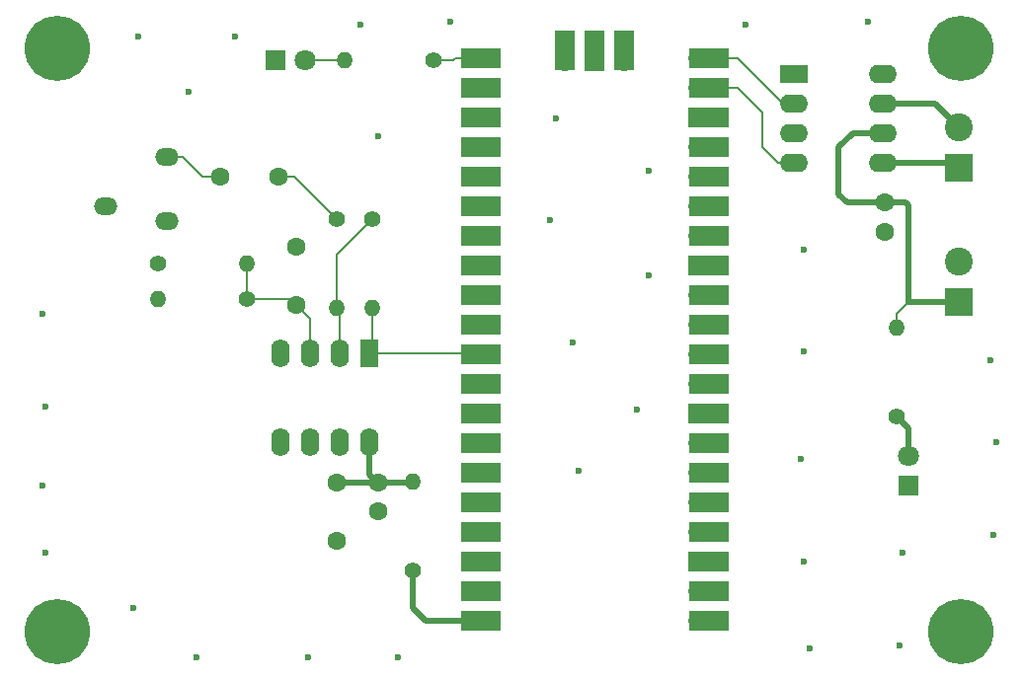
<source format=gtl>
G04 #@! TF.GenerationSoftware,KiCad,Pcbnew,8.0.0*
G04 #@! TF.CreationDate,2024-03-17T16:54:30+01:00*
G04 #@! TF.ProjectId,soundgun,736f756e-6467-4756-9e2e-6b696361645f,rev?*
G04 #@! TF.SameCoordinates,Original*
G04 #@! TF.FileFunction,Copper,L1,Top*
G04 #@! TF.FilePolarity,Positive*
%FSLAX46Y46*%
G04 Gerber Fmt 4.6, Leading zero omitted, Abs format (unit mm)*
G04 Created by KiCad (PCBNEW 8.0.0) date 2024-03-17 16:54:30*
%MOMM*%
%LPD*%
G01*
G04 APERTURE LIST*
G04 #@! TA.AperFunction,ComponentPad*
%ADD10R,1.600000X2.400000*%
G04 #@! TD*
G04 #@! TA.AperFunction,ComponentPad*
%ADD11O,1.600000X2.400000*%
G04 #@! TD*
G04 #@! TA.AperFunction,ComponentPad*
%ADD12C,1.400000*%
G04 #@! TD*
G04 #@! TA.AperFunction,ComponentPad*
%ADD13O,1.400000X1.400000*%
G04 #@! TD*
G04 #@! TA.AperFunction,ComponentPad*
%ADD14R,1.800000X1.800000*%
G04 #@! TD*
G04 #@! TA.AperFunction,ComponentPad*
%ADD15C,1.800000*%
G04 #@! TD*
G04 #@! TA.AperFunction,ComponentPad*
%ADD16C,1.600000*%
G04 #@! TD*
G04 #@! TA.AperFunction,ComponentPad*
%ADD17C,5.600000*%
G04 #@! TD*
G04 #@! TA.AperFunction,ComponentPad*
%ADD18R,2.400000X2.400000*%
G04 #@! TD*
G04 #@! TA.AperFunction,ComponentPad*
%ADD19C,2.400000*%
G04 #@! TD*
G04 #@! TA.AperFunction,ComponentPad*
%ADD20O,2.006600X1.498600*%
G04 #@! TD*
G04 #@! TA.AperFunction,ComponentPad*
%ADD21O,1.700000X1.700000*%
G04 #@! TD*
G04 #@! TA.AperFunction,SMDPad,CuDef*
%ADD22R,3.500000X1.700000*%
G04 #@! TD*
G04 #@! TA.AperFunction,ComponentPad*
%ADD23R,1.700000X1.700000*%
G04 #@! TD*
G04 #@! TA.AperFunction,SMDPad,CuDef*
%ADD24R,1.700000X3.500000*%
G04 #@! TD*
G04 #@! TA.AperFunction,ComponentPad*
%ADD25R,2.400000X1.600000*%
G04 #@! TD*
G04 #@! TA.AperFunction,ComponentPad*
%ADD26O,2.400000X1.600000*%
G04 #@! TD*
G04 #@! TA.AperFunction,ViaPad*
%ADD27C,0.600000*%
G04 #@! TD*
G04 #@! TA.AperFunction,Conductor*
%ADD28C,0.500000*%
G04 #@! TD*
G04 #@! TA.AperFunction,Conductor*
%ADD29C,0.200000*%
G04 #@! TD*
G04 APERTURE END LIST*
D10*
X111800000Y-91175000D03*
D11*
X109260000Y-91175000D03*
X106720000Y-91175000D03*
X104180000Y-91175000D03*
X104180000Y-98795000D03*
X106720000Y-98795000D03*
X109260000Y-98795000D03*
X111800000Y-98795000D03*
D12*
X117310000Y-66000000D03*
D13*
X109690000Y-66000000D03*
D14*
X103725000Y-66000000D03*
D15*
X106265000Y-66000000D03*
D16*
X99000000Y-75999876D03*
X104000000Y-75999876D03*
D14*
X158000000Y-102540000D03*
D15*
X158000000Y-100000000D03*
D16*
X109000000Y-107250000D03*
X109000000Y-102250000D03*
X105500000Y-82000000D03*
X105500000Y-87000000D03*
D17*
X85000000Y-65000000D03*
D12*
X157000000Y-96575000D03*
D13*
X157000000Y-88955000D03*
D18*
X162300000Y-75250000D03*
D19*
X162300000Y-71750000D03*
D16*
X112500000Y-104750000D03*
X112500000Y-102250000D03*
D20*
X89159508Y-78540556D03*
X94459510Y-74290374D03*
X94459510Y-79790373D03*
D12*
X101310000Y-86500000D03*
D13*
X93690000Y-86500000D03*
D16*
X156000000Y-80750000D03*
X156000000Y-78250000D03*
D12*
X109000000Y-79690000D03*
D13*
X109000000Y-87310000D03*
D21*
X140000000Y-114100000D03*
D22*
X140900000Y-114100000D03*
D21*
X140000000Y-111560000D03*
D22*
X140900000Y-111560000D03*
D23*
X140000000Y-109020000D03*
D22*
X140900000Y-109020000D03*
D21*
X140000000Y-106480000D03*
D22*
X140900000Y-106480000D03*
D21*
X140000000Y-103940000D03*
D22*
X140900000Y-103940000D03*
D21*
X140000000Y-101400000D03*
D22*
X140900000Y-101400000D03*
D21*
X140000000Y-98860000D03*
D22*
X140900000Y-98860000D03*
D23*
X140000000Y-96320000D03*
D22*
X140900000Y-96320000D03*
D21*
X140000000Y-93780000D03*
D22*
X140900000Y-93780000D03*
D21*
X140000000Y-91240000D03*
D22*
X140900000Y-91240000D03*
D21*
X140000000Y-88700000D03*
D22*
X140900000Y-88700000D03*
D21*
X140000000Y-86160000D03*
D22*
X140900000Y-86160000D03*
D23*
X140000000Y-83620000D03*
D22*
X140900000Y-83620000D03*
D21*
X140000000Y-81080000D03*
D22*
X140900000Y-81080000D03*
D21*
X140000000Y-78540000D03*
D22*
X140900000Y-78540000D03*
D21*
X140000000Y-76000000D03*
D22*
X140900000Y-76000000D03*
D21*
X140000000Y-73460000D03*
D22*
X140900000Y-73460000D03*
D23*
X140000000Y-70920000D03*
D22*
X140900000Y-70920000D03*
D21*
X140000000Y-68380000D03*
D22*
X140900000Y-68380000D03*
D21*
X140000000Y-65840000D03*
D22*
X140900000Y-65840000D03*
D21*
X122220000Y-65840000D03*
D22*
X121320000Y-65840000D03*
D21*
X122220000Y-68380000D03*
D22*
X121320000Y-68380000D03*
D23*
X122220000Y-70920000D03*
D22*
X121320000Y-70920000D03*
D21*
X122220000Y-73460000D03*
D22*
X121320000Y-73460000D03*
D21*
X122220000Y-76000000D03*
D22*
X121320000Y-76000000D03*
D21*
X122220000Y-78540000D03*
D22*
X121320000Y-78540000D03*
D21*
X122220000Y-81080000D03*
D22*
X121320000Y-81080000D03*
D23*
X122220000Y-83620000D03*
D22*
X121320000Y-83620000D03*
D21*
X122220000Y-86160000D03*
D22*
X121320000Y-86160000D03*
D21*
X122220000Y-88700000D03*
D22*
X121320000Y-88700000D03*
D21*
X122220000Y-91240000D03*
D22*
X121320000Y-91240000D03*
D21*
X122220000Y-93780000D03*
D22*
X121320000Y-93780000D03*
D23*
X122220000Y-96320000D03*
D22*
X121320000Y-96320000D03*
D21*
X122220000Y-98860000D03*
D22*
X121320000Y-98860000D03*
D21*
X122220000Y-101400000D03*
D22*
X121320000Y-101400000D03*
D21*
X122220000Y-103940000D03*
D22*
X121320000Y-103940000D03*
D21*
X122220000Y-106480000D03*
D22*
X121320000Y-106480000D03*
D23*
X122220000Y-109020000D03*
D22*
X121320000Y-109020000D03*
D21*
X122220000Y-111560000D03*
D22*
X121320000Y-111560000D03*
D21*
X122220000Y-114100000D03*
D22*
X121320000Y-114100000D03*
D21*
X133650000Y-66070000D03*
D24*
X133650000Y-65170000D03*
D23*
X131110000Y-66070000D03*
D24*
X131110000Y-65170000D03*
D21*
X128570000Y-66070000D03*
D24*
X128570000Y-65170000D03*
D17*
X162500000Y-115000000D03*
D12*
X93690000Y-83500000D03*
D13*
X101310000Y-83500000D03*
D12*
X115500000Y-109810000D03*
D13*
X115500000Y-102190000D03*
D17*
X162500000Y-65000000D03*
D12*
X112000000Y-79690000D03*
D13*
X112000000Y-87310000D03*
D25*
X148175000Y-67200000D03*
D26*
X148175000Y-69740000D03*
X148175000Y-72280000D03*
X148175000Y-74820000D03*
X155795000Y-74820000D03*
X155795000Y-72280000D03*
X155795000Y-69740000D03*
X155795000Y-67200000D03*
D17*
X85000000Y-115000000D03*
D18*
X162300000Y-86750000D03*
D19*
X162300000Y-83250000D03*
D27*
X144000000Y-63000000D03*
X84000000Y-95750000D03*
X127250000Y-79750000D03*
X92000000Y-64000000D03*
X84000000Y-108250000D03*
X134750000Y-96000000D03*
X114250000Y-117250000D03*
X165500000Y-98750000D03*
X112500000Y-72500000D03*
X100250000Y-64000000D03*
X111000000Y-63000000D03*
X149000000Y-82250000D03*
X97000000Y-117250000D03*
X129250000Y-90250000D03*
X127750000Y-71000000D03*
X149000000Y-109000000D03*
X83750000Y-102500000D03*
X118750000Y-62750000D03*
X83750000Y-87750000D03*
X96250000Y-68750000D03*
X154500000Y-62750000D03*
X165000000Y-91750000D03*
X91500000Y-113000000D03*
X149000000Y-91000000D03*
X129750000Y-101250000D03*
X106500000Y-117250000D03*
X135750000Y-75500000D03*
X157250000Y-116250000D03*
X165250000Y-106750000D03*
X149500000Y-116500000D03*
X157500000Y-108250000D03*
X148750000Y-100250000D03*
X135750000Y-84500000D03*
D28*
X109000000Y-102250000D02*
X112500000Y-102250000D01*
X115500000Y-102190000D02*
X115440000Y-102250000D01*
X111800000Y-98795000D02*
X111800000Y-101550000D01*
X115440000Y-102250000D02*
X112500000Y-102250000D01*
X111800000Y-101550000D02*
X112500000Y-102250000D01*
D29*
X105500000Y-87000000D02*
X105000000Y-86500000D01*
X101310000Y-86500000D02*
X101310000Y-83500000D01*
X106720000Y-88220000D02*
X105500000Y-87000000D01*
X105000000Y-86500000D02*
X101310000Y-86500000D01*
X106720000Y-91175000D02*
X106720000Y-88220000D01*
X109000000Y-79690000D02*
X105309876Y-75999876D01*
X105309876Y-75999876D02*
X104000000Y-75999876D01*
X94459510Y-74290374D02*
X95790374Y-74290374D01*
X99000000Y-75999876D02*
X97499876Y-75999876D01*
X97499876Y-75999876D02*
X96125000Y-74625000D01*
X95790374Y-74290374D02*
X96125000Y-74625000D01*
D28*
X158000000Y-86750000D02*
X162800000Y-86750000D01*
X152000000Y-73500000D02*
X153220000Y-72280000D01*
X157750000Y-78250000D02*
X158000000Y-78500000D01*
D29*
X157000000Y-88955000D02*
X157000000Y-87750000D01*
X157000000Y-87750000D02*
X158000000Y-86750000D01*
D28*
X156000000Y-78250000D02*
X157750000Y-78250000D01*
X158000000Y-78500000D02*
X158000000Y-86750000D01*
X152000000Y-77500000D02*
X152000000Y-73500000D01*
X153220000Y-72280000D02*
X155795000Y-72280000D01*
X156000000Y-78250000D02*
X152750000Y-78250000D01*
X152750000Y-78250000D02*
X152000000Y-77500000D01*
D29*
X109690000Y-66000000D02*
X106265000Y-66000000D01*
D28*
X158000000Y-97575000D02*
X158000000Y-100000000D01*
X157000000Y-96575000D02*
X158000000Y-97575000D01*
X161870000Y-74820000D02*
X162300000Y-75250000D01*
X155795000Y-74820000D02*
X161870000Y-74820000D01*
X160290000Y-69740000D02*
X162300000Y-71750000D01*
X159750000Y-69740000D02*
X155795000Y-69740000D01*
X159750000Y-69740000D02*
X160290000Y-69740000D01*
X115500000Y-109810000D02*
X115500000Y-113000000D01*
X116600000Y-114100000D02*
X122220000Y-114100000D01*
X115500000Y-113000000D02*
X116600000Y-114100000D01*
D29*
X119000000Y-66000000D02*
X117310000Y-66000000D01*
X122220000Y-65840000D02*
X119160000Y-65840000D01*
X119160000Y-65840000D02*
X119000000Y-66000000D01*
X109260000Y-91175000D02*
X109260000Y-87570000D01*
X109000000Y-82690000D02*
X112000000Y-79690000D01*
X109260000Y-87570000D02*
X109000000Y-87310000D01*
X109000000Y-87310000D02*
X109000000Y-82690000D01*
X112000000Y-87310000D02*
X112000000Y-90975000D01*
X111800000Y-91175000D02*
X122155000Y-91175000D01*
X112000000Y-90975000D02*
X111800000Y-91175000D01*
X122155000Y-91175000D02*
X122220000Y-91240000D01*
X146820000Y-74820000D02*
X148175000Y-74820000D01*
X140000000Y-68380000D02*
X143380000Y-68380000D01*
X145500000Y-70500000D02*
X145500000Y-73500000D01*
X143380000Y-68380000D02*
X145500000Y-70500000D01*
X145500000Y-73500000D02*
X146820000Y-74820000D01*
X140000000Y-65840000D02*
X143340000Y-65840000D01*
X143340000Y-65840000D02*
X147240000Y-69740000D01*
X147240000Y-69740000D02*
X148175000Y-69740000D01*
M02*

</source>
